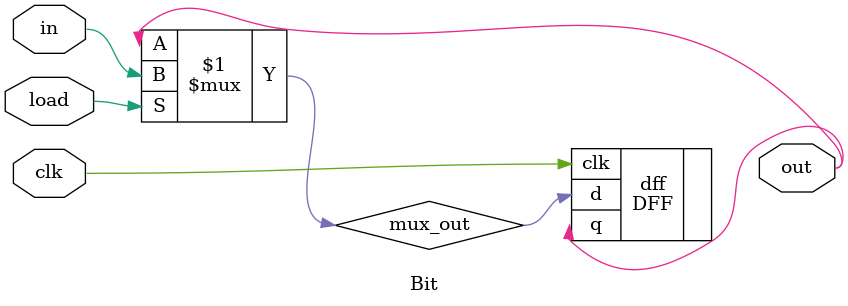
<source format=v>
module Bit(input clk, input load, input in, output out);
wire mux_out;
assign mux_out = load ? in : out;
DFF dff(.clk(clk), .d(mux_out), .q(out));
endmodule
</source>
